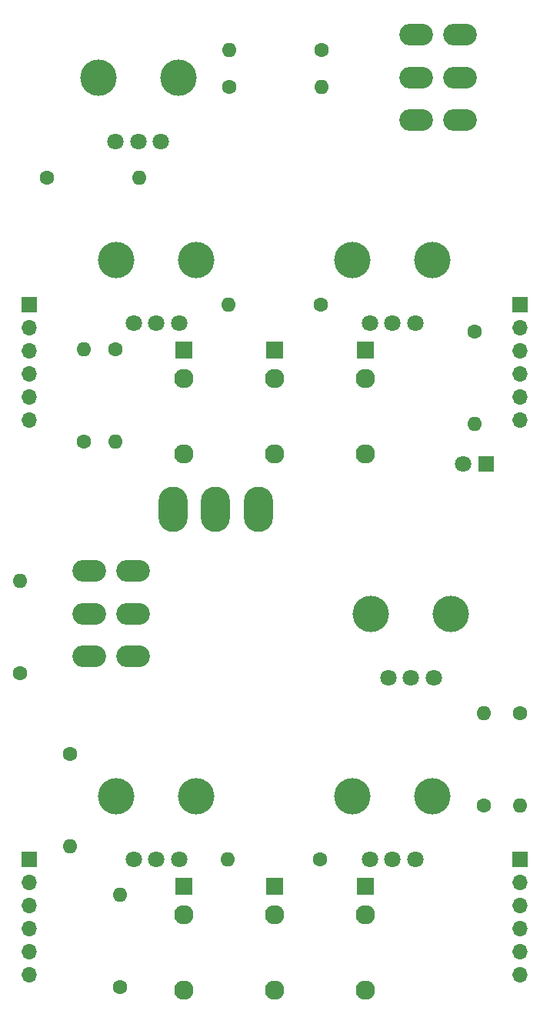
<source format=gbs>
G04 #@! TF.GenerationSoftware,KiCad,Pcbnew,7.0.5.1-1-g8f565ef7f0-dirty-deb11*
G04 #@! TF.CreationDate,2023-06-10T14:16:33+00:00*
G04 #@! TF.ProjectId,MS20-VCF,4d533230-2d56-4434-962e-6b696361645f,rev?*
G04 #@! TF.SameCoordinates,Original*
G04 #@! TF.FileFunction,Soldermask,Bot*
G04 #@! TF.FilePolarity,Negative*
%FSLAX46Y46*%
G04 Gerber Fmt 4.6, Leading zero omitted, Abs format (unit mm)*
G04 Created by KiCad (PCBNEW 7.0.5.1-1-g8f565ef7f0-dirty-deb11) date 2023-06-10 14:16:33*
%MOMM*%
%LPD*%
G01*
G04 APERTURE LIST*
%ADD10C,4.000000*%
%ADD11C,1.800000*%
%ADD12R,1.800000X1.800000*%
%ADD13R,1.930000X1.830000*%
%ADD14C,2.130000*%
%ADD15C,1.600000*%
%ADD16O,1.600000X1.600000*%
%ADD17O,3.700000X2.400000*%
%ADD18O,3.200000X5.000000*%
%ADD19R,1.700000X1.700000*%
%ADD20O,1.700000X1.700000*%
G04 APERTURE END LIST*
D10*
X107600000Y-64050000D03*
X116400000Y-64050000D03*
D11*
X114500000Y-71050000D03*
X112000000Y-71050000D03*
X109500000Y-71050000D03*
D10*
X105600000Y-44050000D03*
X114400000Y-44050000D03*
D11*
X112500000Y-51050000D03*
X110000000Y-51050000D03*
X107500000Y-51050000D03*
D12*
X148275000Y-86500000D03*
D11*
X145735000Y-86500000D03*
D13*
X115000000Y-74000000D03*
D14*
X115000000Y-85400000D03*
X115000000Y-77100000D03*
D13*
X125000000Y-74000000D03*
D14*
X125000000Y-85400000D03*
X125000000Y-77100000D03*
D13*
X135000000Y-74000000D03*
D14*
X135000000Y-85400000D03*
X135000000Y-77100000D03*
D15*
X104000000Y-84080000D03*
D16*
X104000000Y-73920000D03*
D15*
X99920000Y-55000000D03*
D16*
X110080000Y-55000000D03*
D15*
X120000000Y-45000000D03*
D16*
X130160000Y-45000000D03*
D15*
X130160000Y-41000000D03*
D16*
X120000000Y-41000000D03*
D15*
X107500000Y-73920000D03*
D16*
X107500000Y-84080000D03*
D15*
X130080000Y-69000000D03*
D16*
X119920000Y-69000000D03*
D15*
X130000000Y-130000000D03*
D16*
X119840000Y-130000000D03*
D15*
X108000000Y-144080000D03*
D16*
X108000000Y-133920000D03*
D10*
X133600000Y-64050000D03*
X142400000Y-64050000D03*
D11*
X140500000Y-71050000D03*
X138000000Y-71050000D03*
X135500000Y-71050000D03*
D17*
X140600000Y-39300000D03*
X140600000Y-44000000D03*
X140600000Y-48700000D03*
X145400000Y-39300000D03*
X145400000Y-44000000D03*
X145400000Y-48700000D03*
D18*
X113800000Y-91500000D03*
X118500000Y-91500000D03*
X123200000Y-91500000D03*
D13*
X135000000Y-133000000D03*
D14*
X135000000Y-144400000D03*
X135000000Y-136100000D03*
D13*
X115000000Y-133000000D03*
D14*
X115000000Y-144400000D03*
X115000000Y-136100000D03*
D13*
X125000000Y-133000000D03*
D14*
X125000000Y-144400000D03*
X125000000Y-136100000D03*
D15*
X147000000Y-71920000D03*
D16*
X147000000Y-82080000D03*
D15*
X97000000Y-109500000D03*
D16*
X97000000Y-99340000D03*
D15*
X148000000Y-124080000D03*
D16*
X148000000Y-113920000D03*
D15*
X152000000Y-113920000D03*
D16*
X152000000Y-124080000D03*
D15*
X102500000Y-118420000D03*
D16*
X102500000Y-128580000D03*
D17*
X104600000Y-98300000D03*
X104600000Y-103000000D03*
X104600000Y-107700000D03*
X109400000Y-98300000D03*
X109400000Y-103000000D03*
X109400000Y-107700000D03*
D10*
X133600000Y-123050000D03*
X142400000Y-123050000D03*
D11*
X140500000Y-130050000D03*
X138000000Y-130050000D03*
X135500000Y-130050000D03*
D10*
X107600000Y-123050000D03*
X116400000Y-123050000D03*
D11*
X114500000Y-130050000D03*
X112000000Y-130050000D03*
X109500000Y-130050000D03*
D10*
X135600000Y-103050000D03*
X144400000Y-103050000D03*
D11*
X142500000Y-110050000D03*
X140000000Y-110050000D03*
X137500000Y-110050000D03*
D19*
X98000000Y-69000000D03*
D20*
X98000000Y-71540000D03*
X98000000Y-74080000D03*
X98000000Y-76620000D03*
X98000000Y-79160000D03*
X98000000Y-81700000D03*
D19*
X152000000Y-69000000D03*
D20*
X152000000Y-71540000D03*
X152000000Y-74080000D03*
X152000000Y-76620000D03*
X152000000Y-79160000D03*
X152000000Y-81700000D03*
D19*
X98000000Y-130000000D03*
D20*
X98000000Y-132540000D03*
X98000000Y-135080000D03*
X98000000Y-137620000D03*
X98000000Y-140160000D03*
X98000000Y-142700000D03*
D19*
X152000000Y-130000000D03*
D20*
X152000000Y-132540000D03*
X152000000Y-135080000D03*
X152000000Y-137620000D03*
X152000000Y-140160000D03*
X152000000Y-142700000D03*
M02*

</source>
